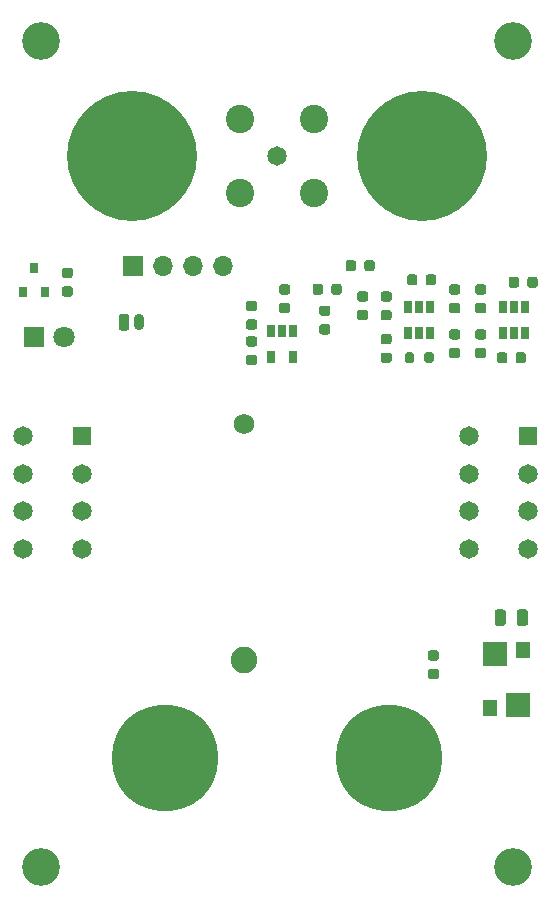
<source format=gbr>
%TF.GenerationSoftware,KiCad,Pcbnew,5.1.8-db9833491~87~ubuntu20.04.1*%
%TF.CreationDate,2020-11-29T21:19:56-07:00*%
%TF.ProjectId,smallcurrent,736d616c-6c63-4757-9272-656e742e6b69,rev?*%
%TF.SameCoordinates,Original*%
%TF.FileFunction,Soldermask,Bot*%
%TF.FilePolarity,Negative*%
%FSLAX46Y46*%
G04 Gerber Fmt 4.6, Leading zero omitted, Abs format (unit mm)*
G04 Created by KiCad (PCBNEW 5.1.8-db9833491~87~ubuntu20.04.1) date 2020-11-29 21:19:56*
%MOMM*%
%LPD*%
G01*
G04 APERTURE LIST*
%ADD10R,2.006600X2.048000*%
%ADD11R,1.143000X1.397000*%
%ADD12C,1.800000*%
%ADD13R,1.800000X1.800000*%
%ADD14C,3.200000*%
%ADD15C,11.000000*%
%ADD16C,9.000000*%
%ADD17C,2.250000*%
%ADD18C,1.755000*%
%ADD19R,0.650000X1.060000*%
%ADD20R,0.800000X0.900000*%
%ADD21C,1.650000*%
%ADD22R,1.650000X1.650000*%
%ADD23O,1.700000X1.700000*%
%ADD24R,1.700000X1.700000*%
%ADD25O,0.900000X1.400000*%
%ADD26C,2.400000*%
G04 APERTURE END LIST*
D10*
%TO.C,R1*%
X145177900Y-160951000D03*
D11*
X142790300Y-161276500D03*
X145609700Y-156323500D03*
D10*
X143222100Y-156649000D03*
%TD*%
%TO.C,R8*%
G36*
G01*
X137225000Y-131875000D02*
X137225000Y-131325000D01*
G75*
G02*
X137425000Y-131125000I200000J0D01*
G01*
X137825000Y-131125000D01*
G75*
G02*
X138025000Y-131325000I0J-200000D01*
G01*
X138025000Y-131875000D01*
G75*
G02*
X137825000Y-132075000I-200000J0D01*
G01*
X137425000Y-132075000D01*
G75*
G02*
X137225000Y-131875000I0J200000D01*
G01*
G37*
G36*
G01*
X135575000Y-131875000D02*
X135575000Y-131325000D01*
G75*
G02*
X135775000Y-131125000I200000J0D01*
G01*
X136175000Y-131125000D01*
G75*
G02*
X136375000Y-131325000I0J-200000D01*
G01*
X136375000Y-131875000D01*
G75*
G02*
X136175000Y-132075000I-200000J0D01*
G01*
X135775000Y-132075000D01*
G75*
G02*
X135575000Y-131875000I0J200000D01*
G01*
G37*
%TD*%
D12*
%TO.C,D1*%
X106740000Y-129800000D03*
D13*
X104200000Y-129800000D03*
%TD*%
D14*
%TO.C,H4*%
X144750000Y-174750000D03*
%TD*%
%TO.C,H3*%
X144750000Y-104750000D03*
%TD*%
%TO.C,H2*%
X104750000Y-174750000D03*
%TD*%
%TO.C,H1*%
X104750000Y-104750000D03*
%TD*%
D15*
%TO.C,J4*%
X137000000Y-114500000D03*
%TD*%
%TO.C,J3*%
X112500000Y-114500000D03*
%TD*%
D16*
%TO.C,J2*%
X134250000Y-165500000D03*
%TD*%
%TO.C,J1*%
X115250000Y-165500000D03*
%TD*%
D17*
%TO.C,BT1*%
X122000000Y-157200000D03*
D18*
X122000000Y-137200000D03*
%TD*%
D19*
%TO.C,U4*%
X136800000Y-127300000D03*
X137750000Y-127300000D03*
X135850000Y-127300000D03*
X135850000Y-129500000D03*
X136800000Y-129500000D03*
X137750000Y-129500000D03*
%TD*%
D20*
%TO.C,U3*%
X104200000Y-124000000D03*
X103250000Y-126000000D03*
X105150000Y-126000000D03*
%TD*%
D19*
%TO.C,U2*%
X124250000Y-131500000D03*
X126150000Y-131500000D03*
X126150000Y-129300000D03*
X125200000Y-129300000D03*
X124250000Y-129300000D03*
%TD*%
%TO.C,U1*%
X144800000Y-127300000D03*
X145750000Y-127300000D03*
X143850000Y-127300000D03*
X143850000Y-129500000D03*
X144800000Y-129500000D03*
X145750000Y-129500000D03*
%TD*%
D21*
%TO.C,SW2*%
X103250000Y-147800000D03*
X103250000Y-144600000D03*
X103250000Y-141400000D03*
X103250000Y-138200000D03*
X108250000Y-147800000D03*
X108250000Y-144600000D03*
X108250000Y-141400000D03*
D22*
X108250000Y-138200000D03*
%TD*%
D21*
%TO.C,SW1*%
X141000000Y-147800000D03*
X141000000Y-144600000D03*
X141000000Y-141400000D03*
X141000000Y-138200000D03*
X146000000Y-147800000D03*
X146000000Y-144600000D03*
X146000000Y-141400000D03*
D22*
X146000000Y-138200000D03*
%TD*%
%TO.C,R15*%
G36*
G01*
X137350000Y-125256250D02*
X137350000Y-124743750D01*
G75*
G02*
X137568750Y-124525000I218750J0D01*
G01*
X138006250Y-124525000D01*
G75*
G02*
X138225000Y-124743750I0J-218750D01*
G01*
X138225000Y-125256250D01*
G75*
G02*
X138006250Y-125475000I-218750J0D01*
G01*
X137568750Y-125475000D01*
G75*
G02*
X137350000Y-125256250I0J218750D01*
G01*
G37*
G36*
G01*
X135775000Y-125256250D02*
X135775000Y-124743750D01*
G75*
G02*
X135993750Y-124525000I218750J0D01*
G01*
X136431250Y-124525000D01*
G75*
G02*
X136650000Y-124743750I0J-218750D01*
G01*
X136650000Y-125256250D01*
G75*
G02*
X136431250Y-125475000I-218750J0D01*
G01*
X135993750Y-125475000D01*
G75*
G02*
X135775000Y-125256250I0J218750D01*
G01*
G37*
%TD*%
%TO.C,R14*%
G36*
G01*
X134256250Y-130450000D02*
X133743750Y-130450000D01*
G75*
G02*
X133525000Y-130231250I0J218750D01*
G01*
X133525000Y-129793750D01*
G75*
G02*
X133743750Y-129575000I218750J0D01*
G01*
X134256250Y-129575000D01*
G75*
G02*
X134475000Y-129793750I0J-218750D01*
G01*
X134475000Y-130231250D01*
G75*
G02*
X134256250Y-130450000I-218750J0D01*
G01*
G37*
G36*
G01*
X134256250Y-132025000D02*
X133743750Y-132025000D01*
G75*
G02*
X133525000Y-131806250I0J218750D01*
G01*
X133525000Y-131368750D01*
G75*
G02*
X133743750Y-131150000I218750J0D01*
G01*
X134256250Y-131150000D01*
G75*
G02*
X134475000Y-131368750I0J-218750D01*
G01*
X134475000Y-131806250D01*
G75*
G02*
X134256250Y-132025000I-218750J0D01*
G01*
G37*
%TD*%
%TO.C,R13*%
G36*
G01*
X134256250Y-126850000D02*
X133743750Y-126850000D01*
G75*
G02*
X133525000Y-126631250I0J218750D01*
G01*
X133525000Y-126193750D01*
G75*
G02*
X133743750Y-125975000I218750J0D01*
G01*
X134256250Y-125975000D01*
G75*
G02*
X134475000Y-126193750I0J-218750D01*
G01*
X134475000Y-126631250D01*
G75*
G02*
X134256250Y-126850000I-218750J0D01*
G01*
G37*
G36*
G01*
X134256250Y-128425000D02*
X133743750Y-128425000D01*
G75*
G02*
X133525000Y-128206250I0J218750D01*
G01*
X133525000Y-127768750D01*
G75*
G02*
X133743750Y-127550000I218750J0D01*
G01*
X134256250Y-127550000D01*
G75*
G02*
X134475000Y-127768750I0J-218750D01*
G01*
X134475000Y-128206250D01*
G75*
G02*
X134256250Y-128425000I-218750J0D01*
G01*
G37*
%TD*%
%TO.C,R12*%
G36*
G01*
X144250000Y-131343750D02*
X144250000Y-131856250D01*
G75*
G02*
X144031250Y-132075000I-218750J0D01*
G01*
X143593750Y-132075000D01*
G75*
G02*
X143375000Y-131856250I0J218750D01*
G01*
X143375000Y-131343750D01*
G75*
G02*
X143593750Y-131125000I218750J0D01*
G01*
X144031250Y-131125000D01*
G75*
G02*
X144250000Y-131343750I0J-218750D01*
G01*
G37*
G36*
G01*
X145825000Y-131343750D02*
X145825000Y-131856250D01*
G75*
G02*
X145606250Y-132075000I-218750J0D01*
G01*
X145168750Y-132075000D01*
G75*
G02*
X144950000Y-131856250I0J218750D01*
G01*
X144950000Y-131343750D01*
G75*
G02*
X145168750Y-131125000I218750J0D01*
G01*
X145606250Y-131125000D01*
G75*
G02*
X145825000Y-131343750I0J-218750D01*
G01*
G37*
%TD*%
%TO.C,R11*%
G36*
G01*
X142256250Y-130050000D02*
X141743750Y-130050000D01*
G75*
G02*
X141525000Y-129831250I0J218750D01*
G01*
X141525000Y-129393750D01*
G75*
G02*
X141743750Y-129175000I218750J0D01*
G01*
X142256250Y-129175000D01*
G75*
G02*
X142475000Y-129393750I0J-218750D01*
G01*
X142475000Y-129831250D01*
G75*
G02*
X142256250Y-130050000I-218750J0D01*
G01*
G37*
G36*
G01*
X142256250Y-131625000D02*
X141743750Y-131625000D01*
G75*
G02*
X141525000Y-131406250I0J218750D01*
G01*
X141525000Y-130968750D01*
G75*
G02*
X141743750Y-130750000I218750J0D01*
G01*
X142256250Y-130750000D01*
G75*
G02*
X142475000Y-130968750I0J-218750D01*
G01*
X142475000Y-131406250D01*
G75*
G02*
X142256250Y-131625000I-218750J0D01*
G01*
G37*
%TD*%
%TO.C,R10*%
G36*
G01*
X128543750Y-128750000D02*
X129056250Y-128750000D01*
G75*
G02*
X129275000Y-128968750I0J-218750D01*
G01*
X129275000Y-129406250D01*
G75*
G02*
X129056250Y-129625000I-218750J0D01*
G01*
X128543750Y-129625000D01*
G75*
G02*
X128325000Y-129406250I0J218750D01*
G01*
X128325000Y-128968750D01*
G75*
G02*
X128543750Y-128750000I218750J0D01*
G01*
G37*
G36*
G01*
X128543750Y-127175000D02*
X129056250Y-127175000D01*
G75*
G02*
X129275000Y-127393750I0J-218750D01*
G01*
X129275000Y-127831250D01*
G75*
G02*
X129056250Y-128050000I-218750J0D01*
G01*
X128543750Y-128050000D01*
G75*
G02*
X128325000Y-127831250I0J218750D01*
G01*
X128325000Y-127393750D01*
G75*
G02*
X128543750Y-127175000I218750J0D01*
G01*
G37*
%TD*%
%TO.C,R9*%
G36*
G01*
X145050000Y-154056250D02*
X145050000Y-153143750D01*
G75*
G02*
X145293750Y-152900000I243750J0D01*
G01*
X145781250Y-152900000D01*
G75*
G02*
X146025000Y-153143750I0J-243750D01*
G01*
X146025000Y-154056250D01*
G75*
G02*
X145781250Y-154300000I-243750J0D01*
G01*
X145293750Y-154300000D01*
G75*
G02*
X145050000Y-154056250I0J243750D01*
G01*
G37*
G36*
G01*
X143175000Y-154056250D02*
X143175000Y-153143750D01*
G75*
G02*
X143418750Y-152900000I243750J0D01*
G01*
X143906250Y-152900000D01*
G75*
G02*
X144150000Y-153143750I0J-243750D01*
G01*
X144150000Y-154056250D01*
G75*
G02*
X143906250Y-154300000I-243750J0D01*
G01*
X143418750Y-154300000D01*
G75*
G02*
X143175000Y-154056250I0J243750D01*
G01*
G37*
%TD*%
%TO.C,R7*%
G36*
G01*
X122856250Y-127650000D02*
X122343750Y-127650000D01*
G75*
G02*
X122125000Y-127431250I0J218750D01*
G01*
X122125000Y-126993750D01*
G75*
G02*
X122343750Y-126775000I218750J0D01*
G01*
X122856250Y-126775000D01*
G75*
G02*
X123075000Y-126993750I0J-218750D01*
G01*
X123075000Y-127431250D01*
G75*
G02*
X122856250Y-127650000I-218750J0D01*
G01*
G37*
G36*
G01*
X122856250Y-129225000D02*
X122343750Y-129225000D01*
G75*
G02*
X122125000Y-129006250I0J218750D01*
G01*
X122125000Y-128568750D01*
G75*
G02*
X122343750Y-128350000I218750J0D01*
G01*
X122856250Y-128350000D01*
G75*
G02*
X123075000Y-128568750I0J-218750D01*
G01*
X123075000Y-129006250D01*
G75*
G02*
X122856250Y-129225000I-218750J0D01*
G01*
G37*
%TD*%
%TO.C,R6*%
G36*
G01*
X122856250Y-130650000D02*
X122343750Y-130650000D01*
G75*
G02*
X122125000Y-130431250I0J218750D01*
G01*
X122125000Y-129993750D01*
G75*
G02*
X122343750Y-129775000I218750J0D01*
G01*
X122856250Y-129775000D01*
G75*
G02*
X123075000Y-129993750I0J-218750D01*
G01*
X123075000Y-130431250D01*
G75*
G02*
X122856250Y-130650000I-218750J0D01*
G01*
G37*
G36*
G01*
X122856250Y-132225000D02*
X122343750Y-132225000D01*
G75*
G02*
X122125000Y-132006250I0J218750D01*
G01*
X122125000Y-131568750D01*
G75*
G02*
X122343750Y-131350000I218750J0D01*
G01*
X122856250Y-131350000D01*
G75*
G02*
X123075000Y-131568750I0J-218750D01*
G01*
X123075000Y-132006250D01*
G75*
G02*
X122856250Y-132225000I-218750J0D01*
G01*
G37*
%TD*%
%TO.C,R5*%
G36*
G01*
X140056250Y-126250000D02*
X139543750Y-126250000D01*
G75*
G02*
X139325000Y-126031250I0J218750D01*
G01*
X139325000Y-125593750D01*
G75*
G02*
X139543750Y-125375000I218750J0D01*
G01*
X140056250Y-125375000D01*
G75*
G02*
X140275000Y-125593750I0J-218750D01*
G01*
X140275000Y-126031250D01*
G75*
G02*
X140056250Y-126250000I-218750J0D01*
G01*
G37*
G36*
G01*
X140056250Y-127825000D02*
X139543750Y-127825000D01*
G75*
G02*
X139325000Y-127606250I0J218750D01*
G01*
X139325000Y-127168750D01*
G75*
G02*
X139543750Y-126950000I218750J0D01*
G01*
X140056250Y-126950000D01*
G75*
G02*
X140275000Y-127168750I0J-218750D01*
G01*
X140275000Y-127606250D01*
G75*
G02*
X140056250Y-127825000I-218750J0D01*
G01*
G37*
%TD*%
%TO.C,R4*%
G36*
G01*
X107256250Y-124850000D02*
X106743750Y-124850000D01*
G75*
G02*
X106525000Y-124631250I0J218750D01*
G01*
X106525000Y-124193750D01*
G75*
G02*
X106743750Y-123975000I218750J0D01*
G01*
X107256250Y-123975000D01*
G75*
G02*
X107475000Y-124193750I0J-218750D01*
G01*
X107475000Y-124631250D01*
G75*
G02*
X107256250Y-124850000I-218750J0D01*
G01*
G37*
G36*
G01*
X107256250Y-126425000D02*
X106743750Y-126425000D01*
G75*
G02*
X106525000Y-126206250I0J218750D01*
G01*
X106525000Y-125768750D01*
G75*
G02*
X106743750Y-125550000I218750J0D01*
G01*
X107256250Y-125550000D01*
G75*
G02*
X107475000Y-125768750I0J-218750D01*
G01*
X107475000Y-126206250D01*
G75*
G02*
X107256250Y-126425000I-218750J0D01*
G01*
G37*
%TD*%
%TO.C,R3*%
G36*
G01*
X142256250Y-126250000D02*
X141743750Y-126250000D01*
G75*
G02*
X141525000Y-126031250I0J218750D01*
G01*
X141525000Y-125593750D01*
G75*
G02*
X141743750Y-125375000I218750J0D01*
G01*
X142256250Y-125375000D01*
G75*
G02*
X142475000Y-125593750I0J-218750D01*
G01*
X142475000Y-126031250D01*
G75*
G02*
X142256250Y-126250000I-218750J0D01*
G01*
G37*
G36*
G01*
X142256250Y-127825000D02*
X141743750Y-127825000D01*
G75*
G02*
X141525000Y-127606250I0J218750D01*
G01*
X141525000Y-127168750D01*
G75*
G02*
X141743750Y-126950000I218750J0D01*
G01*
X142256250Y-126950000D01*
G75*
G02*
X142475000Y-127168750I0J-218750D01*
G01*
X142475000Y-127606250D01*
G75*
G02*
X142256250Y-127825000I-218750J0D01*
G01*
G37*
%TD*%
%TO.C,R2*%
G36*
G01*
X137743750Y-156375000D02*
X138256250Y-156375000D01*
G75*
G02*
X138475000Y-156593750I0J-218750D01*
G01*
X138475000Y-157031250D01*
G75*
G02*
X138256250Y-157250000I-218750J0D01*
G01*
X137743750Y-157250000D01*
G75*
G02*
X137525000Y-157031250I0J218750D01*
G01*
X137525000Y-156593750D01*
G75*
G02*
X137743750Y-156375000I218750J0D01*
G01*
G37*
G36*
G01*
X137743750Y-157950000D02*
X138256250Y-157950000D01*
G75*
G02*
X138475000Y-158168750I0J-218750D01*
G01*
X138475000Y-158606250D01*
G75*
G02*
X138256250Y-158825000I-218750J0D01*
G01*
X137743750Y-158825000D01*
G75*
G02*
X137525000Y-158606250I0J218750D01*
G01*
X137525000Y-158168750D01*
G75*
G02*
X137743750Y-157950000I218750J0D01*
G01*
G37*
%TD*%
D23*
%TO.C,J6*%
X120220000Y-123800000D03*
X117680000Y-123800000D03*
X115140000Y-123800000D03*
D24*
X112600000Y-123800000D03*
%TD*%
%TO.C,J5*%
G36*
G01*
X111350000Y-129075000D02*
X111350000Y-128125000D01*
G75*
G02*
X111575000Y-127900000I225000J0D01*
G01*
X112025000Y-127900000D01*
G75*
G02*
X112250000Y-128125000I0J-225000D01*
G01*
X112250000Y-129075000D01*
G75*
G02*
X112025000Y-129300000I-225000J0D01*
G01*
X111575000Y-129300000D01*
G75*
G02*
X111350000Y-129075000I0J225000D01*
G01*
G37*
D25*
X113050000Y-128600000D03*
%TD*%
%TO.C,C6*%
G36*
G01*
X125656250Y-126250000D02*
X125143750Y-126250000D01*
G75*
G02*
X124925000Y-126031250I0J218750D01*
G01*
X124925000Y-125593750D01*
G75*
G02*
X125143750Y-125375000I218750J0D01*
G01*
X125656250Y-125375000D01*
G75*
G02*
X125875000Y-125593750I0J-218750D01*
G01*
X125875000Y-126031250D01*
G75*
G02*
X125656250Y-126250000I-218750J0D01*
G01*
G37*
G36*
G01*
X125656250Y-127825000D02*
X125143750Y-127825000D01*
G75*
G02*
X124925000Y-127606250I0J218750D01*
G01*
X124925000Y-127168750D01*
G75*
G02*
X125143750Y-126950000I218750J0D01*
G01*
X125656250Y-126950000D01*
G75*
G02*
X125875000Y-127168750I0J-218750D01*
G01*
X125875000Y-127606250D01*
G75*
G02*
X125656250Y-127825000I-218750J0D01*
G01*
G37*
%TD*%
%TO.C,C5*%
G36*
G01*
X132150000Y-124056250D02*
X132150000Y-123543750D01*
G75*
G02*
X132368750Y-123325000I218750J0D01*
G01*
X132806250Y-123325000D01*
G75*
G02*
X133025000Y-123543750I0J-218750D01*
G01*
X133025000Y-124056250D01*
G75*
G02*
X132806250Y-124275000I-218750J0D01*
G01*
X132368750Y-124275000D01*
G75*
G02*
X132150000Y-124056250I0J218750D01*
G01*
G37*
G36*
G01*
X130575000Y-124056250D02*
X130575000Y-123543750D01*
G75*
G02*
X130793750Y-123325000I218750J0D01*
G01*
X131231250Y-123325000D01*
G75*
G02*
X131450000Y-123543750I0J-218750D01*
G01*
X131450000Y-124056250D01*
G75*
G02*
X131231250Y-124275000I-218750J0D01*
G01*
X130793750Y-124275000D01*
G75*
G02*
X130575000Y-124056250I0J218750D01*
G01*
G37*
%TD*%
%TO.C,C4*%
G36*
G01*
X131743750Y-127550000D02*
X132256250Y-127550000D01*
G75*
G02*
X132475000Y-127768750I0J-218750D01*
G01*
X132475000Y-128206250D01*
G75*
G02*
X132256250Y-128425000I-218750J0D01*
G01*
X131743750Y-128425000D01*
G75*
G02*
X131525000Y-128206250I0J218750D01*
G01*
X131525000Y-127768750D01*
G75*
G02*
X131743750Y-127550000I218750J0D01*
G01*
G37*
G36*
G01*
X131743750Y-125975000D02*
X132256250Y-125975000D01*
G75*
G02*
X132475000Y-126193750I0J-218750D01*
G01*
X132475000Y-126631250D01*
G75*
G02*
X132256250Y-126850000I-218750J0D01*
G01*
X131743750Y-126850000D01*
G75*
G02*
X131525000Y-126631250I0J218750D01*
G01*
X131525000Y-126193750D01*
G75*
G02*
X131743750Y-125975000I218750J0D01*
G01*
G37*
%TD*%
%TO.C,C3*%
G36*
G01*
X139543750Y-130750000D02*
X140056250Y-130750000D01*
G75*
G02*
X140275000Y-130968750I0J-218750D01*
G01*
X140275000Y-131406250D01*
G75*
G02*
X140056250Y-131625000I-218750J0D01*
G01*
X139543750Y-131625000D01*
G75*
G02*
X139325000Y-131406250I0J218750D01*
G01*
X139325000Y-130968750D01*
G75*
G02*
X139543750Y-130750000I218750J0D01*
G01*
G37*
G36*
G01*
X139543750Y-129175000D02*
X140056250Y-129175000D01*
G75*
G02*
X140275000Y-129393750I0J-218750D01*
G01*
X140275000Y-129831250D01*
G75*
G02*
X140056250Y-130050000I-218750J0D01*
G01*
X139543750Y-130050000D01*
G75*
G02*
X139325000Y-129831250I0J218750D01*
G01*
X139325000Y-129393750D01*
G75*
G02*
X139543750Y-129175000I218750J0D01*
G01*
G37*
%TD*%
%TO.C,C2*%
G36*
G01*
X129350000Y-126056250D02*
X129350000Y-125543750D01*
G75*
G02*
X129568750Y-125325000I218750J0D01*
G01*
X130006250Y-125325000D01*
G75*
G02*
X130225000Y-125543750I0J-218750D01*
G01*
X130225000Y-126056250D01*
G75*
G02*
X130006250Y-126275000I-218750J0D01*
G01*
X129568750Y-126275000D01*
G75*
G02*
X129350000Y-126056250I0J218750D01*
G01*
G37*
G36*
G01*
X127775000Y-126056250D02*
X127775000Y-125543750D01*
G75*
G02*
X127993750Y-125325000I218750J0D01*
G01*
X128431250Y-125325000D01*
G75*
G02*
X128650000Y-125543750I0J-218750D01*
G01*
X128650000Y-126056250D01*
G75*
G02*
X128431250Y-126275000I-218750J0D01*
G01*
X127993750Y-126275000D01*
G75*
G02*
X127775000Y-126056250I0J218750D01*
G01*
G37*
%TD*%
%TO.C,C1*%
G36*
G01*
X145950000Y-125456250D02*
X145950000Y-124943750D01*
G75*
G02*
X146168750Y-124725000I218750J0D01*
G01*
X146606250Y-124725000D01*
G75*
G02*
X146825000Y-124943750I0J-218750D01*
G01*
X146825000Y-125456250D01*
G75*
G02*
X146606250Y-125675000I-218750J0D01*
G01*
X146168750Y-125675000D01*
G75*
G02*
X145950000Y-125456250I0J218750D01*
G01*
G37*
G36*
G01*
X144375000Y-125456250D02*
X144375000Y-124943750D01*
G75*
G02*
X144593750Y-124725000I218750J0D01*
G01*
X145031250Y-124725000D01*
G75*
G02*
X145250000Y-124943750I0J-218750D01*
G01*
X145250000Y-125456250D01*
G75*
G02*
X145031250Y-125675000I-218750J0D01*
G01*
X144593750Y-125675000D01*
G75*
G02*
X144375000Y-125456250I0J218750D01*
G01*
G37*
%TD*%
D26*
%TO.C,BC1*%
X121620000Y-117630000D03*
X127880000Y-117630000D03*
X127880000Y-111370000D03*
X121620000Y-111370000D03*
D21*
X124750000Y-114500000D03*
%TD*%
M02*

</source>
